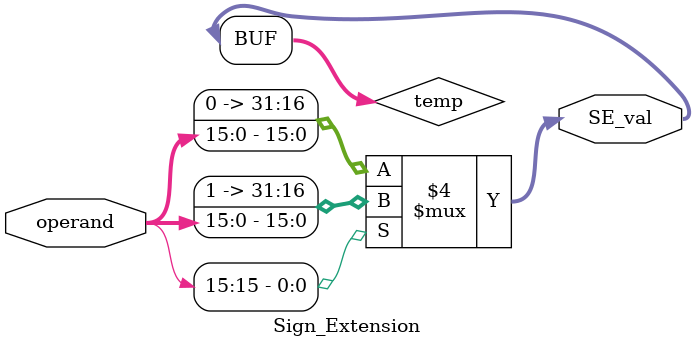
<source format=v>
`timescale 1ns / 1ps
module Sign_Extension(
    input [15:0] operand,
    output [31:0] SE_val
    );
reg[31:0]  temp;
always@(operand)
begin
  if(operand[15]==0)
  temp={{16{1'b0}},operand};
  else
  temp={{16{1'b1}},operand};
end
assign SE_val=temp;
endmodule

</source>
